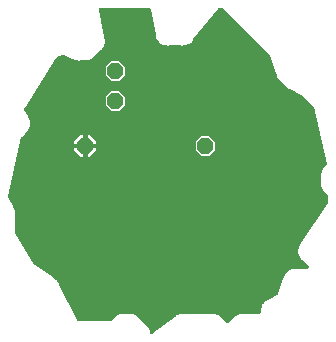
<source format=gbr>
G04 EAGLE Gerber RS-274X export*
G75*
%MOMM*%
%FSLAX34Y34*%
%LPD*%
%INTop Copper*%
%IPPOS*%
%AMOC8*
5,1,8,0,0,1.08239X$1,22.5*%
G01*
%ADD10P,1.429621X8X292.500000*%
%ADD11P,1.429621X8X22.500000*%

G36*
X170481Y37757D02*
X170481Y37757D01*
X170486Y37756D01*
X170653Y37781D01*
X170822Y37806D01*
X170826Y37807D01*
X170831Y37808D01*
X170988Y37871D01*
X171146Y37932D01*
X171151Y37935D01*
X171155Y37937D01*
X171170Y37947D01*
X171353Y38064D01*
X189878Y52068D01*
X189908Y52097D01*
X190037Y52206D01*
X190894Y53064D01*
X191380Y53265D01*
X191443Y53300D01*
X191509Y53326D01*
X191646Y53413D01*
X191685Y53434D01*
X191696Y53445D01*
X191716Y53457D01*
X192135Y53774D01*
X193309Y54080D01*
X193348Y54095D01*
X193508Y54146D01*
X194629Y54611D01*
X195155Y54611D01*
X195226Y54619D01*
X195297Y54617D01*
X195457Y54646D01*
X195501Y54651D01*
X195515Y54656D01*
X195538Y54660D01*
X196047Y54792D01*
X197248Y54625D01*
X197290Y54624D01*
X197458Y54611D01*
X224271Y54611D01*
X228006Y53064D01*
X233873Y47197D01*
X233893Y47180D01*
X233910Y47160D01*
X234030Y47072D01*
X234146Y46980D01*
X234170Y46969D01*
X234191Y46953D01*
X234327Y46894D01*
X234461Y46831D01*
X234487Y46825D01*
X234511Y46815D01*
X234657Y46789D01*
X234802Y46758D01*
X234828Y46758D01*
X234854Y46753D01*
X235002Y46761D01*
X235150Y46764D01*
X235176Y46770D01*
X235202Y46771D01*
X235344Y46812D01*
X235488Y46849D01*
X235511Y46861D01*
X235537Y46868D01*
X235666Y46940D01*
X235798Y47008D01*
X235818Y47025D01*
X235841Y47038D01*
X236027Y47197D01*
X238822Y49991D01*
X241894Y53064D01*
X245629Y54611D01*
X261366Y54611D01*
X261392Y54614D01*
X261418Y54612D01*
X261565Y54634D01*
X261712Y54651D01*
X261737Y54659D01*
X261763Y54663D01*
X261901Y54718D01*
X262040Y54768D01*
X262062Y54782D01*
X262087Y54792D01*
X262208Y54877D01*
X262333Y54957D01*
X262351Y54976D01*
X262373Y54991D01*
X262472Y55101D01*
X262575Y55208D01*
X262589Y55230D01*
X262606Y55250D01*
X262678Y55380D01*
X262754Y55507D01*
X262762Y55532D01*
X262775Y55555D01*
X262815Y55698D01*
X262860Y55839D01*
X262862Y55865D01*
X262870Y55890D01*
X262889Y56134D01*
X262889Y56736D01*
X262885Y56774D01*
X262885Y56843D01*
X262772Y58446D01*
X262811Y58564D01*
X262836Y58684D01*
X262870Y58802D01*
X262875Y58868D01*
X262883Y58905D01*
X262882Y58952D01*
X262889Y59046D01*
X262889Y59171D01*
X263504Y60655D01*
X263515Y60693D01*
X263542Y60757D01*
X264050Y62280D01*
X264132Y62375D01*
X264201Y62476D01*
X264277Y62572D01*
X264307Y62631D01*
X264328Y62663D01*
X264345Y62706D01*
X264388Y62790D01*
X264436Y62906D01*
X265572Y64041D01*
X265596Y64072D01*
X265646Y64121D01*
X266698Y65334D01*
X266810Y65390D01*
X266913Y65457D01*
X267020Y65517D01*
X267070Y65560D01*
X267102Y65581D01*
X267134Y65615D01*
X267206Y65675D01*
X267294Y65764D01*
X268779Y66379D01*
X268813Y66398D01*
X268877Y66423D01*
X276877Y70424D01*
X276983Y70493D01*
X277093Y70555D01*
X277129Y70588D01*
X277169Y70614D01*
X277256Y70705D01*
X277349Y70791D01*
X277377Y70831D01*
X277410Y70866D01*
X277474Y70975D01*
X277545Y71079D01*
X277569Y71135D01*
X277587Y71166D01*
X277602Y71212D01*
X277641Y71304D01*
X281861Y83964D01*
X281886Y84084D01*
X281920Y84202D01*
X281925Y84268D01*
X281933Y84305D01*
X281932Y84352D01*
X281939Y84446D01*
X281939Y84571D01*
X282554Y86055D01*
X282565Y86093D01*
X282592Y86157D01*
X283100Y87680D01*
X283182Y87775D01*
X283251Y87876D01*
X283327Y87972D01*
X283357Y88031D01*
X283378Y88063D01*
X283395Y88106D01*
X283438Y88190D01*
X283486Y88306D01*
X284622Y89441D01*
X284646Y89472D01*
X284696Y89521D01*
X285748Y90734D01*
X285860Y90790D01*
X285962Y90857D01*
X286070Y90917D01*
X286120Y90960D01*
X286152Y90981D01*
X286184Y91014D01*
X286256Y91075D01*
X286344Y91164D01*
X287829Y91779D01*
X287863Y91798D01*
X287927Y91823D01*
X289364Y92542D01*
X289488Y92551D01*
X289609Y92573D01*
X289731Y92588D01*
X289794Y92608D01*
X289831Y92615D01*
X289874Y92634D01*
X289963Y92663D01*
X290079Y92711D01*
X291686Y92711D01*
X291724Y92715D01*
X291793Y92715D01*
X293396Y92828D01*
X293514Y92789D01*
X293634Y92764D01*
X293752Y92730D01*
X293818Y92725D01*
X293855Y92717D01*
X293902Y92718D01*
X293996Y92711D01*
X301992Y92711D01*
X302092Y92722D01*
X302193Y92724D01*
X302265Y92742D01*
X302339Y92751D01*
X302433Y92784D01*
X302531Y92809D01*
X302597Y92843D01*
X302667Y92868D01*
X302751Y92923D01*
X302840Y92969D01*
X302897Y93017D01*
X302960Y93057D01*
X303029Y93129D01*
X303106Y93194D01*
X303150Y93254D01*
X303202Y93308D01*
X303253Y93394D01*
X303313Y93475D01*
X303342Y93543D01*
X303381Y93607D01*
X303411Y93703D01*
X303451Y93795D01*
X303464Y93868D01*
X303487Y93939D01*
X303495Y94039D01*
X303513Y94138D01*
X303509Y94212D01*
X303515Y94286D01*
X303500Y94386D01*
X303495Y94486D01*
X303474Y94557D01*
X303463Y94631D01*
X303426Y94724D01*
X303398Y94821D01*
X303362Y94886D01*
X303334Y94955D01*
X303277Y95037D01*
X303228Y95125D01*
X303163Y95201D01*
X303135Y95241D01*
X303109Y95265D01*
X303069Y95311D01*
X298433Y99947D01*
X298411Y99965D01*
X298393Y99986D01*
X298201Y100138D01*
X297482Y100617D01*
X296995Y101345D01*
X296977Y101365D01*
X296964Y101388D01*
X296806Y101575D01*
X296186Y102194D01*
X295855Y102993D01*
X295842Y103017D01*
X295833Y103044D01*
X295714Y103257D01*
X295233Y103975D01*
X295061Y104835D01*
X295053Y104860D01*
X295050Y104886D01*
X294975Y105119D01*
X294639Y105929D01*
X294639Y106793D01*
X294636Y106821D01*
X294638Y106849D01*
X294610Y107092D01*
X294440Y107939D01*
X294610Y108799D01*
X294612Y108825D01*
X294620Y108851D01*
X294639Y109095D01*
X294639Y109971D01*
X294970Y110769D01*
X294978Y110797D01*
X294990Y110821D01*
X295057Y111057D01*
X295225Y111904D01*
X295711Y112634D01*
X295723Y112657D01*
X295739Y112678D01*
X295851Y112896D01*
X296186Y113706D01*
X296797Y114317D01*
X296815Y114339D01*
X296836Y114357D01*
X296960Y114513D01*
X296961Y114515D01*
X296962Y114516D01*
X296988Y114549D01*
X319783Y148743D01*
X319852Y148876D01*
X319925Y149008D01*
X319931Y149031D01*
X319942Y149053D01*
X319979Y149199D01*
X320020Y149344D01*
X320022Y149373D01*
X320027Y149391D01*
X320027Y149438D01*
X320039Y149588D01*
X320039Y153910D01*
X320025Y154036D01*
X320018Y154162D01*
X320005Y154209D01*
X319999Y154257D01*
X319957Y154376D01*
X319922Y154497D01*
X319898Y154539D01*
X319882Y154585D01*
X319813Y154691D01*
X319752Y154801D01*
X319712Y154847D01*
X319693Y154877D01*
X319658Y154911D01*
X319593Y154987D01*
X315236Y159344D01*
X313689Y163079D01*
X313689Y173471D01*
X315236Y177206D01*
X318480Y180449D01*
X318553Y180542D01*
X318634Y180629D01*
X318662Y180678D01*
X318697Y180722D01*
X318747Y180829D01*
X318806Y180932D01*
X318821Y180987D01*
X318846Y181038D01*
X318870Y181153D01*
X318904Y181267D01*
X318907Y181323D01*
X318919Y181378D01*
X318917Y181496D01*
X318924Y181615D01*
X318914Y181686D01*
X318913Y181727D01*
X318902Y181771D01*
X318890Y181857D01*
X308319Y229424D01*
X308275Y229551D01*
X308238Y229681D01*
X308218Y229716D01*
X308205Y229754D01*
X308134Y229868D01*
X308068Y229985D01*
X308036Y230023D01*
X308019Y230049D01*
X307984Y230084D01*
X307909Y230171D01*
X298956Y239125D01*
X298860Y239201D01*
X298769Y239283D01*
X298713Y239318D01*
X298683Y239341D01*
X298641Y239361D01*
X298560Y239410D01*
X287927Y244727D01*
X287890Y244740D01*
X287829Y244771D01*
X286344Y245386D01*
X286256Y245475D01*
X286160Y245551D01*
X286069Y245633D01*
X286013Y245668D01*
X285983Y245691D01*
X285941Y245711D01*
X285860Y245760D01*
X285748Y245816D01*
X284696Y247029D01*
X284667Y247056D01*
X284622Y247109D01*
X279906Y251825D01*
X279810Y251901D01*
X279719Y251983D01*
X279663Y252018D01*
X279633Y252041D01*
X279591Y252061D01*
X279510Y252110D01*
X279398Y252166D01*
X278346Y253379D01*
X278317Y253406D01*
X278272Y253459D01*
X277136Y254594D01*
X277088Y254710D01*
X277055Y254769D01*
X277052Y254778D01*
X277045Y254787D01*
X277029Y254817D01*
X276977Y254928D01*
X276938Y254981D01*
X276919Y255014D01*
X276887Y255049D01*
X276832Y255125D01*
X276750Y255220D01*
X276242Y256743D01*
X276225Y256779D01*
X276204Y256845D01*
X275589Y258329D01*
X275589Y258454D01*
X275575Y258576D01*
X275570Y258698D01*
X275554Y258763D01*
X275549Y258800D01*
X275534Y258844D01*
X275511Y258936D01*
X270633Y273570D01*
X270609Y273621D01*
X270594Y273675D01*
X270536Y273779D01*
X270486Y273886D01*
X270451Y273930D01*
X270423Y273979D01*
X270280Y274148D01*
X270270Y274160D01*
X270268Y274162D01*
X270265Y274166D01*
X231187Y313243D01*
X231088Y313322D01*
X230995Y313406D01*
X230952Y313430D01*
X230914Y313460D01*
X230800Y313514D01*
X230690Y313575D01*
X230643Y313588D01*
X230599Y313609D01*
X230476Y313635D01*
X230354Y313670D01*
X230293Y313675D01*
X230259Y313682D01*
X230211Y313681D01*
X230110Y313689D01*
X227866Y313689D01*
X227830Y313685D01*
X227793Y313688D01*
X227657Y313665D01*
X227519Y313649D01*
X227485Y313637D01*
X227449Y313631D01*
X227322Y313579D01*
X227191Y313532D01*
X227161Y313512D01*
X227127Y313498D01*
X227015Y313418D01*
X226899Y313343D01*
X226873Y313317D01*
X226844Y313296D01*
X226676Y313118D01*
X205820Y287048D01*
X205771Y286970D01*
X205714Y286897D01*
X205662Y286795D01*
X205635Y286753D01*
X205625Y286724D01*
X205603Y286679D01*
X205464Y286344D01*
X204492Y285373D01*
X204461Y285334D01*
X204380Y285247D01*
X203522Y284174D01*
X203204Y284000D01*
X203129Y283946D01*
X203048Y283901D01*
X202961Y283827D01*
X202920Y283798D01*
X202900Y283775D01*
X202862Y283742D01*
X202606Y283486D01*
X201336Y282960D01*
X201292Y282936D01*
X201184Y282887D01*
X199981Y282225D01*
X199621Y282185D01*
X199530Y282164D01*
X199439Y282153D01*
X199330Y282118D01*
X199281Y282107D01*
X199253Y282093D01*
X199206Y282078D01*
X198871Y281939D01*
X197497Y281939D01*
X197447Y281934D01*
X197329Y281930D01*
X195963Y281778D01*
X195615Y281879D01*
X195524Y281894D01*
X195435Y281920D01*
X195321Y281929D01*
X195272Y281937D01*
X195241Y281935D01*
X195191Y281939D01*
X185307Y281939D01*
X185279Y281936D01*
X185251Y281938D01*
X185008Y281910D01*
X184161Y281740D01*
X183301Y281910D01*
X183275Y281912D01*
X183249Y281920D01*
X183005Y281939D01*
X182129Y281939D01*
X181331Y282270D01*
X181303Y282278D01*
X181279Y282290D01*
X181043Y282357D01*
X180196Y282525D01*
X179466Y283011D01*
X179443Y283023D01*
X179422Y283039D01*
X179204Y283151D01*
X178394Y283486D01*
X177783Y284097D01*
X177761Y284115D01*
X177743Y284136D01*
X177551Y284288D01*
X176832Y284767D01*
X176345Y285495D01*
X176327Y285515D01*
X176314Y285538D01*
X176156Y285725D01*
X175536Y286344D01*
X175205Y287143D01*
X175192Y287167D01*
X175183Y287194D01*
X175064Y287407D01*
X174583Y288125D01*
X174411Y288985D01*
X174403Y289010D01*
X174400Y289036D01*
X174325Y289269D01*
X173989Y290079D01*
X173989Y290943D01*
X173986Y290971D01*
X173988Y290999D01*
X173960Y291242D01*
X169715Y312465D01*
X169700Y312513D01*
X169692Y312563D01*
X169646Y312678D01*
X169608Y312796D01*
X169582Y312840D01*
X169563Y312887D01*
X169493Y312989D01*
X169429Y313095D01*
X169393Y313131D01*
X169364Y313173D01*
X169272Y313256D01*
X169186Y313345D01*
X169143Y313373D01*
X169106Y313406D01*
X168997Y313466D01*
X168892Y313533D01*
X168845Y313550D01*
X168801Y313575D01*
X168681Y313609D01*
X168564Y313650D01*
X168514Y313656D01*
X168465Y313670D01*
X168221Y313689D01*
X127282Y313689D01*
X127280Y313689D01*
X127279Y313689D01*
X127103Y313669D01*
X126936Y313649D01*
X126934Y313649D01*
X126932Y313649D01*
X126770Y313590D01*
X126608Y313532D01*
X126606Y313531D01*
X126605Y313530D01*
X126465Y313440D01*
X126315Y313343D01*
X126314Y313341D01*
X126312Y313341D01*
X126196Y313220D01*
X126073Y313092D01*
X126072Y313091D01*
X126071Y313089D01*
X125983Y312942D01*
X125894Y312793D01*
X125893Y312791D01*
X125893Y312790D01*
X125841Y312626D01*
X125788Y312461D01*
X125788Y312459D01*
X125787Y312458D01*
X125774Y312287D01*
X125760Y312114D01*
X125760Y312112D01*
X125760Y312110D01*
X125789Y311867D01*
X130389Y288865D01*
X130397Y288840D01*
X130400Y288814D01*
X130475Y288581D01*
X130811Y287771D01*
X130811Y286907D01*
X130814Y286879D01*
X130812Y286851D01*
X130840Y286608D01*
X131010Y285761D01*
X130840Y284901D01*
X130838Y284875D01*
X130830Y284849D01*
X130811Y284605D01*
X130811Y283729D01*
X130480Y282931D01*
X130472Y282903D01*
X130460Y282879D01*
X130393Y282643D01*
X130225Y281796D01*
X129739Y281066D01*
X129727Y281043D01*
X129711Y281022D01*
X129599Y280804D01*
X129264Y279994D01*
X128653Y279383D01*
X128635Y279361D01*
X128614Y279343D01*
X128462Y279151D01*
X127983Y278432D01*
X127255Y277945D01*
X127235Y277927D01*
X127212Y277914D01*
X127025Y277756D01*
X120056Y270786D01*
X116321Y269239D01*
X109846Y269239D01*
X109724Y269225D01*
X109602Y269220D01*
X109537Y269204D01*
X109500Y269199D01*
X109456Y269184D01*
X109364Y269161D01*
X109246Y269122D01*
X107643Y269235D01*
X107604Y269234D01*
X107536Y269239D01*
X105929Y269239D01*
X105813Y269287D01*
X105696Y269321D01*
X105580Y269362D01*
X105515Y269372D01*
X105478Y269383D01*
X105431Y269385D01*
X105338Y269399D01*
X105214Y269408D01*
X103777Y270126D01*
X103740Y270140D01*
X103679Y270171D01*
X102194Y270786D01*
X102106Y270875D01*
X102010Y270951D01*
X101919Y271033D01*
X101863Y271068D01*
X101833Y271091D01*
X101791Y271111D01*
X101710Y271160D01*
X95931Y274049D01*
X95875Y274070D01*
X95822Y274099D01*
X95712Y274129D01*
X95604Y274169D01*
X95544Y274176D01*
X95486Y274192D01*
X95372Y274196D01*
X95258Y274210D01*
X95198Y274204D01*
X95138Y274206D01*
X95025Y274185D01*
X94911Y274172D01*
X94855Y274152D01*
X94796Y274141D01*
X94607Y274065D01*
X94583Y274056D01*
X94577Y274053D01*
X94569Y274049D01*
X90034Y271782D01*
X89933Y271716D01*
X89828Y271658D01*
X89788Y271621D01*
X89743Y271592D01*
X89659Y271504D01*
X89570Y271423D01*
X89529Y271368D01*
X89502Y271340D01*
X89478Y271300D01*
X89424Y271227D01*
X62889Y228772D01*
X62832Y228652D01*
X62769Y228536D01*
X62758Y228495D01*
X62740Y228457D01*
X62711Y228328D01*
X62676Y228200D01*
X62674Y228158D01*
X62665Y228116D01*
X62667Y227984D01*
X62662Y227852D01*
X62670Y227810D01*
X62670Y227768D01*
X62702Y227640D01*
X62727Y227510D01*
X62747Y227461D01*
X62755Y227430D01*
X62777Y227385D01*
X62819Y227283D01*
X65390Y222140D01*
X65457Y222037D01*
X65517Y221930D01*
X65560Y221880D01*
X65581Y221848D01*
X65615Y221816D01*
X65676Y221744D01*
X65764Y221656D01*
X66379Y220171D01*
X66398Y220137D01*
X66423Y220073D01*
X67142Y218636D01*
X67151Y218512D01*
X67173Y218391D01*
X67188Y218269D01*
X67208Y218206D01*
X67215Y218169D01*
X67234Y218126D01*
X67263Y218037D01*
X67311Y217921D01*
X67311Y216315D01*
X67315Y216276D01*
X67315Y216207D01*
X67428Y214604D01*
X67389Y214486D01*
X67364Y214366D01*
X67330Y214248D01*
X67325Y214182D01*
X67317Y214145D01*
X67318Y214098D01*
X67311Y214004D01*
X67311Y213879D01*
X66696Y212395D01*
X66685Y212357D01*
X66658Y212294D01*
X66150Y210769D01*
X66068Y210675D01*
X65999Y210574D01*
X65923Y210478D01*
X65893Y210419D01*
X65872Y210387D01*
X65854Y210343D01*
X65812Y210260D01*
X65764Y210144D01*
X64628Y209009D01*
X64604Y208978D01*
X64554Y208930D01*
X63502Y207716D01*
X63390Y207660D01*
X63287Y207593D01*
X63180Y207533D01*
X63130Y207490D01*
X63098Y207469D01*
X63066Y207435D01*
X62994Y207375D01*
X60391Y204771D01*
X60307Y204666D01*
X60218Y204565D01*
X60199Y204530D01*
X60174Y204498D01*
X60117Y204377D01*
X60053Y204258D01*
X60038Y204211D01*
X60025Y204183D01*
X60015Y204134D01*
X59981Y204024D01*
X48919Y154245D01*
X48914Y154197D01*
X48901Y154151D01*
X48896Y154025D01*
X48882Y153899D01*
X48888Y153851D01*
X48886Y153803D01*
X48910Y153679D01*
X48926Y153553D01*
X48943Y153508D01*
X48952Y153461D01*
X49043Y153234D01*
X52690Y145940D01*
X52757Y145837D01*
X52817Y145730D01*
X52860Y145680D01*
X52881Y145648D01*
X52915Y145616D01*
X52975Y145544D01*
X53064Y145456D01*
X53679Y143971D01*
X53698Y143937D01*
X53724Y143873D01*
X54442Y142436D01*
X54451Y142312D01*
X54473Y142191D01*
X54488Y142069D01*
X54508Y142006D01*
X54515Y141969D01*
X54534Y141926D01*
X54563Y141837D01*
X54611Y141721D01*
X54611Y140114D01*
X54615Y140076D01*
X54615Y140007D01*
X54728Y138404D01*
X54689Y138286D01*
X54664Y138166D01*
X54630Y138048D01*
X54625Y137982D01*
X54617Y137945D01*
X54618Y137898D01*
X54611Y137804D01*
X54611Y123886D01*
X54624Y123773D01*
X54628Y123658D01*
X54644Y123600D01*
X54651Y123540D01*
X54689Y123432D01*
X54719Y123322D01*
X54754Y123252D01*
X54768Y123212D01*
X54792Y123175D01*
X54828Y123103D01*
X70861Y96381D01*
X70885Y96349D01*
X70904Y96313D01*
X70977Y96228D01*
X71027Y96155D01*
X71049Y96135D01*
X71073Y96104D01*
X71104Y96079D01*
X71130Y96048D01*
X71254Y95950D01*
X71286Y95922D01*
X71301Y95914D01*
X71322Y95897D01*
X86884Y85522D01*
X86956Y85485D01*
X87022Y85440D01*
X87151Y85386D01*
X87194Y85363D01*
X87216Y85358D01*
X87248Y85344D01*
X87681Y85200D01*
X88649Y84361D01*
X88688Y84333D01*
X88802Y84244D01*
X89868Y83533D01*
X90122Y83154D01*
X90174Y83093D01*
X90218Y83025D01*
X90316Y82926D01*
X90347Y82889D01*
X90365Y82875D01*
X90389Y82851D01*
X90734Y82552D01*
X91307Y81406D01*
X91334Y81365D01*
X91404Y81239D01*
X92117Y80175D01*
X92207Y79727D01*
X92231Y79650D01*
X92246Y79571D01*
X92299Y79442D01*
X92314Y79395D01*
X92325Y79376D01*
X92338Y79345D01*
X107459Y49103D01*
X107471Y49084D01*
X107479Y49063D01*
X107566Y48939D01*
X107649Y48811D01*
X107665Y48795D01*
X107678Y48777D01*
X107791Y48675D01*
X107901Y48570D01*
X107920Y48559D01*
X107937Y48544D01*
X108070Y48470D01*
X108201Y48393D01*
X108222Y48386D01*
X108242Y48375D01*
X108389Y48334D01*
X108533Y48288D01*
X108556Y48286D01*
X108577Y48280D01*
X108821Y48261D01*
X134860Y48261D01*
X134986Y48275D01*
X135112Y48282D01*
X135159Y48295D01*
X135207Y48301D01*
X135326Y48343D01*
X135447Y48378D01*
X135489Y48402D01*
X135535Y48418D01*
X135641Y48487D01*
X135751Y48548D01*
X135797Y48588D01*
X135827Y48607D01*
X135861Y48642D01*
X135937Y48707D01*
X140294Y53064D01*
X144029Y54611D01*
X154421Y54611D01*
X158156Y53064D01*
X167364Y43856D01*
X168911Y40121D01*
X168911Y39279D01*
X168930Y39110D01*
X168948Y38942D01*
X168950Y38937D01*
X168951Y38932D01*
X169008Y38772D01*
X169064Y38613D01*
X169066Y38609D01*
X169068Y38604D01*
X169159Y38463D01*
X169251Y38319D01*
X169255Y38316D01*
X169257Y38312D01*
X169378Y38195D01*
X169500Y38075D01*
X169504Y38073D01*
X169508Y38069D01*
X169652Y37983D01*
X169798Y37895D01*
X169803Y37893D01*
X169807Y37891D01*
X169968Y37839D01*
X170129Y37786D01*
X170134Y37786D01*
X170139Y37784D01*
X170308Y37771D01*
X170477Y37756D01*
X170481Y37757D01*
G37*
%LPC*%
G36*
X136333Y252221D02*
X136333Y252221D01*
X131571Y256983D01*
X131571Y263717D01*
X136333Y268479D01*
X143067Y268479D01*
X147829Y263717D01*
X147829Y256983D01*
X143067Y252221D01*
X136333Y252221D01*
G37*
%LPD*%
%LPC*%
G36*
X136333Y226821D02*
X136333Y226821D01*
X131571Y231583D01*
X131571Y238317D01*
X136333Y243079D01*
X143067Y243079D01*
X147829Y238317D01*
X147829Y231583D01*
X143067Y226821D01*
X136333Y226821D01*
G37*
%LPD*%
%LPC*%
G36*
X212533Y188721D02*
X212533Y188721D01*
X207771Y193483D01*
X207771Y200217D01*
X212533Y204979D01*
X219267Y204979D01*
X224029Y200217D01*
X224029Y193483D01*
X219267Y188721D01*
X212533Y188721D01*
G37*
%LPD*%
%LPC*%
G36*
X116331Y198881D02*
X116331Y198881D01*
X116331Y205995D01*
X118088Y205995D01*
X123445Y200638D01*
X123445Y198881D01*
X116331Y198881D01*
G37*
%LPD*%
%LPC*%
G36*
X105155Y198881D02*
X105155Y198881D01*
X105155Y200638D01*
X110512Y205995D01*
X112269Y205995D01*
X112269Y198881D01*
X105155Y198881D01*
G37*
%LPD*%
%LPC*%
G36*
X116331Y187705D02*
X116331Y187705D01*
X116331Y194819D01*
X123445Y194819D01*
X123445Y193062D01*
X118088Y187705D01*
X116331Y187705D01*
G37*
%LPD*%
%LPC*%
G36*
X110512Y187705D02*
X110512Y187705D01*
X105155Y193062D01*
X105155Y194819D01*
X112269Y194819D01*
X112269Y187705D01*
X110512Y187705D01*
G37*
%LPD*%
D10*
X139700Y260350D03*
X139700Y234950D03*
D11*
X114300Y196850D03*
X215900Y196850D03*
M02*

</source>
